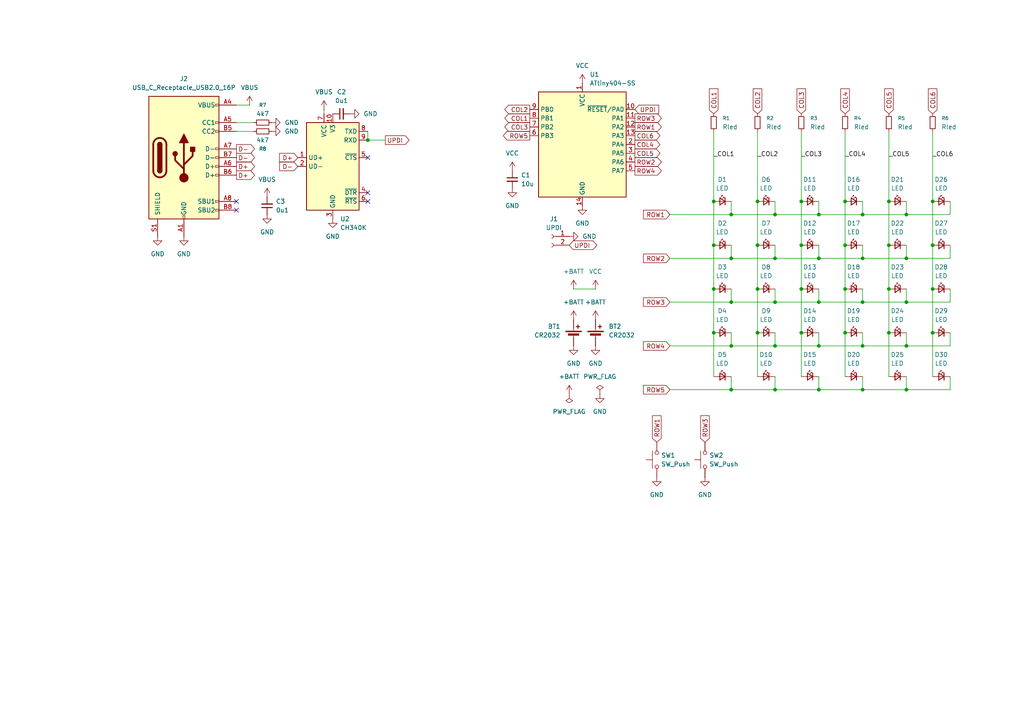
<source format=kicad_sch>
(kicad_sch (version 20250114) (generator "eeschema") (generator_version "9.0")
  (paper "A4")
  (lib_symbols
    (symbol "Connector:Conn_01x02_Socket" (pin_names (offset 1.016) (hide yes))
      (property "Reference" "J" (at 0 2.54 0))
      (property "Value" "Conn_01x02_Socket" (at 0 -5.08 0))
      (symbol "Conn_01x02_Socket_1_1"
        (polyline (pts (xy -1.27 0) (xy -0.508 0)) (stroke (width 0.1524)))
        (polyline (pts (xy -1.27 -2.54) (xy -0.508 -2.54)) (stroke (width 0.1524)))
        (arc (start 0 -0.508) (mid -0.5058 0) (end 0 0.508) (stroke (width 0.1524)))
        (arc (start 0 -3.048) (mid -0.5058 -2.54) (end 0 -2.032) (stroke (width 0.1524)))
        (pin passive line (at -5.08 0 0) (length 3.81) (name "Pin_1") (number "1"))
        (pin passive line (at -5.08 -2.54 0) (length 3.81) (name "Pin_2") (number "2"))
      )
    )
    (symbol "Connector:USB_C_Receptacle_USB2.0_16P" (pin_names (offset 1.016))
      (property "Reference" "J" (at 0 22.225 0))
      (property "Value" "USB_C_Receptacle_USB2.0_16P" (at 0 19.685 0))
      (symbol "USB_C_Receptacle_USB2.0_16P_0_0"
        (rectangle (start -0.254 -17.78) (end 0.254 -16.764))
        (rectangle (start 10.16 15.494) (end 9.144 14.986))
        (rectangle (start 10.16 10.414) (end 9.144 9.906))
        (rectangle (start 10.16 7.874) (end 9.144 7.366))
        (rectangle (start 10.16 2.794) (end 9.144 2.286))
        (rectangle (start 10.16 0.254) (end 9.144 -0.254))
        (rectangle (start 10.16 -2.286) (end 9.144 -2.794))
        (rectangle (start 10.16 -4.826) (end 9.144 -5.334))
        (rectangle (start 10.16 -12.446) (end 9.144 -12.954))
        (rectangle (start 10.16 -14.986) (end 9.144 -15.494))
      )
      (symbol "USB_C_Receptacle_USB2.0_16P_0_1"
        (rectangle (start -10.16 17.78) (end 10.16 -17.78) (stroke (width 0.254)) (fill (type background)))
        (polyline (pts (xy -8.89 -3.81) (xy -8.89 3.81)) (stroke (width 0.508)))
        (rectangle (start -7.62 -3.81) (end -6.35 3.81) (stroke (width 0.254)) (fill (type outline)))
        (arc (start -7.62 3.81) (mid -6.985 4.4423) (end -6.35 3.81) (stroke (width 0.254)))
        (arc (start -7.62 3.81) (mid -6.985 4.4423) (end -6.35 3.81) (stroke (width 0.254)) (fill (type outline)))
        (arc (start -8.89 3.81) (mid -6.985 5.7067) (end -5.08 3.81) (stroke (width 0.508)))
        (arc (start -5.08 -3.81) (mid -6.985 -5.7067) (end -8.89 -3.81) (stroke (width 0.508)))
        (arc (start -6.35 -3.81) (mid -6.985 -4.4423) (end -7.62 -3.81) (stroke (width 0.254)))
        (arc (start -6.35 -3.81) (mid -6.985 -4.4423) (end -7.62 -3.81) (stroke (width 0.254)) (fill (type outline)))
        (polyline (pts (xy -5.08 3.81) (xy -5.08 -3.81)) (stroke (width 0.508)))
        (circle (center -2.54 1.143) (radius 0.635) (stroke (width 0.254)) (fill (type outline)))
        (polyline (pts (xy -1.27 4.318) (xy 0 6.858) (xy 1.27 4.318) (xy -1.27 4.318)) (stroke (width 0.254)) (fill (type outline)))
        (polyline (pts (xy 0 -2.032) (xy 2.54 0.508) (xy 2.54 1.778)) (stroke (width 0.508)))
        (polyline (pts (xy 0 -3.302) (xy -2.54 -0.762) (xy -2.54 0.508)) (stroke (width 0.508)))
        (polyline (pts (xy 0 -5.842) (xy 0 4.318)) (stroke (width 0.508)))
        (circle (center 0 -5.842) (radius 1.27) (fill (type outline)))
        (rectangle (start 1.905 1.778) (end 3.175 3.048) (stroke (width 0.254)) (fill (type outline)))
      )
      (symbol "USB_C_Receptacle_USB2.0_16P_1_1"
        (pin passive line (at -7.62 -22.86 90) (length 5.08) (name "SHIELD") (number "S1"))
        (pin passive line (at 0 -22.86 90) (length 5.08) (name "GND") (number "A1"))
        (pin passive line (at 0 -22.86 90) (length 5.08) (hide yes) (name "GND") (number "A12"))
        (pin passive line (at 0 -22.86 90) (length 5.08) (hide yes) (name "GND") (number "B1"))
        (pin passive line (at 0 -22.86 90) (length 5.08) (hide yes) (name "GND") (number "B12"))
        (pin passive line (at 15.24 15.24 180) (length 5.08) (name "VBUS") (number "A4"))
        (pin passive line (at 15.24 15.24 180) (length 5.08) (hide yes) (name "VBUS") (number "A9"))
        (pin passive line (at 15.24 15.24 180) (length 5.08) (hide yes) (name "VBUS") (number "B4"))
        (pin passive line (at 15.24 15.24 180) (length 5.08) (hide yes) (name "VBUS") (number "B9"))
        (pin bidirectional line (at 15.24 10.16 180) (length 5.08) (name "CC1") (number "A5"))
        (pin bidirectional line (at 15.24 7.62 180) (length 5.08) (name "CC2") (number "B5"))
        (pin bidirectional line (at 15.24 2.54 180) (length 5.08) (name "D-") (number "A7"))
        (pin bidirectional line (at 15.24 0 180) (length 5.08) (name "D-") (number "B7"))
        (pin bidirectional line (at 15.24 -2.54 180) (length 5.08) (name "D+") (number "A6"))
        (pin bidirectional line (at 15.24 -5.08 180) (length 5.08) (name "D+") (number "B6"))
        (pin bidirectional line (at 15.24 -12.7 180) (length 5.08) (name "SBU1") (number "A8"))
        (pin bidirectional line (at 15.24 -15.24 180) (length 5.08) (name "SBU2") (number "B8"))
      )
    )
    (symbol "Device:Battery_Cell" (pin_numbers (hide yes)) (pin_names (offset 0) (hide yes))
      (property "Reference" "BT" (at 2.54 2.54 0))
      (property "Value" "Battery_Cell" (at 2.54 0 0))
      (symbol "Battery_Cell_0_1"
        (rectangle (start -2.286 1.778) (end 2.286 1.524) (fill (type outline)))
        (rectangle (start -1.524 1.016) (end 1.524 0.508) (fill (type outline)))
        (polyline (pts (xy 0 1.778) (xy 0 2.54)))
        (polyline (pts (xy 0 0.762) (xy 0 0)))
        (polyline (pts (xy 0.762 3.048) (xy 1.778 3.048)) (stroke (width 0.254)))
        (polyline (pts (xy 1.27 3.556) (xy 1.27 2.54)) (stroke (width 0.254)))
      )
      (symbol "Battery_Cell_1_1"
        (pin passive line (at 0 5.08 270) (length 2.54) (name "+") (number "1"))
        (pin passive line (at 0 -2.54 90) (length 2.54) (name "-") (number "2"))
      )
    )
    (symbol "Device:C_Small" (pin_numbers (hide yes)) (pin_names (offset 0.254) (hide yes))
      (property "Reference" "C" (at 0.254 1.778 0))
      (property "Value" "C_Small" (at 0.254 -2.032 0))
      (symbol "C_Small_0_1"
        (polyline (pts (xy -1.524 0.508) (xy 1.524 0.508)) (stroke (width 0.3048)))
        (polyline (pts (xy -1.524 -0.508) (xy 1.524 -0.508)) (stroke (width 0.3302)))
      )
      (symbol "C_Small_1_1"
        (pin passive line (at 0 2.54 270) (length 2.032) (name "~") (number "1"))
        (pin passive line (at 0 -2.54 90) (length 2.032) (name "~") (number "2"))
      )
    )
    (symbol "Device:LED_Small" (pin_numbers (hide yes)) (pin_names (offset 0.254) (hide yes))
      (property "Reference" "D" (at -1.27 3.175 0))
      (property "Value" "LED_Small" (at -4.445 -2.54 0))
      (symbol "LED_Small_0_1"
        (polyline (pts (xy -0.762 -1.016) (xy -0.762 1.016)) (stroke (width 0.254)))
        (polyline (pts (xy 0 0.762) (xy -0.508 1.27) (xy -0.254 1.27) (xy -0.508 1.27) (xy -0.508 1.016)))
        (polyline (pts (xy 0.508 1.27) (xy 0 1.778) (xy 0.254 1.778) (xy 0 1.778) (xy 0 1.524)))
        (polyline (pts (xy 0.762 -1.016) (xy -0.762 0) (xy 0.762 1.016) (xy 0.762 -1.016)) (stroke (width 0.254)))
        (polyline (pts (xy 1.016 0) (xy -0.762 0)))
      )
      (symbol "LED_Small_1_1"
        (pin passive line (at -2.54 0 0) (length 1.778) (name "K") (number "1"))
        (pin passive line (at 2.54 0 180) (length 1.778) (name "A") (number "2"))
      )
    )
    (symbol "Device:R_Small" (pin_numbers (hide yes)) (pin_names (offset 0.254) (hide yes))
      (property "Reference" "R" (at 0 0 90))
      (property "Value" "R_Small" (at 1.778 0 90))
      (symbol "R_Small_0_1"
        (rectangle (start -0.762 1.778) (end 0.762 -1.778) (stroke (width 0.2032)))
      )
      (symbol "R_Small_1_1"
        (pin passive line (at 0 2.54 270) (length 0.762) (name "~") (number "1"))
        (pin passive line (at 0 -2.54 90) (length 0.762) (name "~") (number "2"))
      )
    )
    (symbol "Interface_USB:CH340K"
      (property "Reference" "U" (at -6.858 13.97 0))
      (property "Value" "CH340K" (at 1.27 13.97 0))
      (symbol "CH340K_0_1"
        (rectangle (start -7.62 12.7) (end 7.62 -12.7) (stroke (width 0.254)) (fill (type background)))
      )
      (symbol "CH340K_1_0"
        (pin passive line (at 0 -15.24 90) (length 2.54) (hide yes) (name "GND") (number "11"))
      )
      (symbol "CH340K_1_1"
        (pin bidirectional line (at -10.16 2.54 0) (length 2.54) (name "UD+") (number "1"))
        (pin bidirectional line (at -10.16 0 0) (length 2.54) (name "UD-") (number "2"))
        (pin power_in line (at -2.54 15.24 270) (length 2.54) (name "VCC") (number "7"))
        (pin passive line (at 0 15.24 270) (length 2.54) (name "V3") (number "10"))
        (pin power_in line (at 0 -15.24 90) (length 2.54) (name "GND") (number "3"))
        (pin output line (at 10.16 10.16 180) (length 2.54) (name "TXD") (number "8"))
        (pin input line (at 10.16 7.62 180) (length 2.54) (name "RXD") (number "9"))
        (pin input line (at 10.16 2.54 180) (length 2.54) (name "~{CTS}") (number "5"))
        (pin output line (at 10.16 -7.62 180) (length 2.54) (name "~{DTR}") (number "4"))
        (pin output line (at 10.16 -10.16 180) (length 2.54) (name "~{RTS}") (number "6"))
      )
    )
    (symbol "MCU_Microchip_ATtiny:ATtiny404-SS"
      (property "Reference" "U" (at -12.7 16.51 0))
      (property "Value" "ATtiny404-SS" (at 2.54 -16.51 0))
      (symbol "ATtiny404-SS_0_1"
        (rectangle (start -12.7 -15.24) (end 12.7 15.24) (stroke (width 0.254)) (fill (type background)))
      )
      (symbol "ATtiny404-SS_1_1"
        (pin bidirectional line (at -15.24 10.16 0) (length 2.54) (name "PB0") (number "9"))
        (pin bidirectional line (at -15.24 7.62 0) (length 2.54) (name "PB1") (number "8"))
        (pin bidirectional line (at -15.24 5.08 0) (length 2.54) (name "PB2") (number "7"))
        (pin bidirectional line (at -15.24 2.54 0) (length 2.54) (name "PB3") (number "6"))
        (pin power_in line (at 0 17.78 270) (length 2.54) (name "VCC") (number "1"))
        (pin power_in line (at 0 -17.78 90) (length 2.54) (name "GND") (number "14"))
        (pin bidirectional line (at 15.24 10.16 180) (length 2.54) (name "~{RESET}/PA0") (number "10"))
        (pin bidirectional line (at 15.24 7.62 180) (length 2.54) (name "PA1") (number "11"))
        (pin bidirectional line (at 15.24 5.08 180) (length 2.54) (name "PA2") (number "12"))
        (pin bidirectional line (at 15.24 2.54 180) (length 2.54) (name "PA3") (number "13"))
        (pin bidirectional line (at 15.24 0 180) (length 2.54) (name "PA4") (number "2"))
        (pin bidirectional line (at 15.24 -2.54 180) (length 2.54) (name "PA5") (number "3"))
        (pin bidirectional line (at 15.24 -5.08 180) (length 2.54) (name "PA6") (number "4"))
        (pin bidirectional line (at 15.24 -7.62 180) (length 2.54) (name "PA7") (number "5"))
      )
    )
    (symbol "Switch:SW_Push" (pin_numbers (hide yes)) (pin_names (offset 1.016) (hide yes))
      (property "Reference" "SW" (at 1.27 2.54 0))
      (property "Value" "SW_Push" (at 0 -1.524 0))
      (symbol "SW_Push_0_1"
        (circle (center -2.032 0) (radius 0.508))
        (polyline (pts (xy 0 1.27) (xy 0 3.048)))
        (circle (center 2.032 0) (radius 0.508))
        (polyline (pts (xy 2.54 1.27) (xy -2.54 1.27)))
        (pin passive line (at -5.08 0 0) (length 2.54) (name "1") (number "1"))
        (pin passive line (at 5.08 0 180) (length 2.54) (name "2") (number "2"))
      )
    )
    (symbol "power:+BATT" (power) (pin_numbers (hide yes)) (pin_names (offset 0) (hide yes))
      (property "Value" "+BATT" (at 0 3.556 0))
      (symbol "+BATT_0_1"
        (polyline (pts (xy -0.762 1.27) (xy 0 2.54)))
        (polyline (pts (xy 0 2.54) (xy 0.762 1.27)))
        (polyline (pts (xy 0 0) (xy 0 2.54)))
      )
      (symbol "+BATT_1_1"
        (pin power_in line (at 0 0 90) (length 0) (name "~") (number "1"))
      )
    )
    (symbol "power:GND" (power) (pin_numbers (hide yes)) (pin_names (offset 0) (hide yes))
      (property "Value" "GND" (at 0 -3.81 0))
      (symbol "GND_0_1"
        (polyline (pts (xy 0 0) (xy 0 -1.27) (xy 1.27 -1.27) (xy 0 -2.54) (xy -1.27 -1.27) (xy 0 -1.27)))
      )
      (symbol "GND_1_1"
        (pin power_in line (at 0 0 270) (length 0) (name "~") (number "1"))
      )
    )
    (symbol "power:PWR_FLAG" (power) (pin_numbers (hide yes)) (pin_names (offset 0) (hide yes))
      (property "Value" "PWR_FLAG" (at 0 3.81 0))
      (symbol "PWR_FLAG_0_0"
        (pin power_out line (at 0 0 90) (length 0) (name "~") (number "1"))
      )
      (symbol "PWR_FLAG_0_1"
        (polyline (pts (xy 0 0) (xy 0 1.27) (xy -1.016 1.905) (xy 0 2.54) (xy 1.016 1.905) (xy 0 1.27)))
      )
    )
    (symbol "power:VBUS" (power) (pin_numbers (hide yes)) (pin_names (offset 0) (hide yes))
      (property "Value" "VBUS" (at 0 3.556 0))
      (symbol "VBUS_0_1"
        (polyline (pts (xy -0.762 1.27) (xy 0 2.54)))
        (polyline (pts (xy 0 2.54) (xy 0.762 1.27)))
        (polyline (pts (xy 0 0) (xy 0 2.54)))
      )
      (symbol "VBUS_1_1"
        (pin power_in line (at 0 0 90) (length 0) (name "~") (number "1"))
      )
    )
    (symbol "power:VCC" (power) (pin_numbers (hide yes)) (pin_names (offset 0) (hide yes))
      (property "Value" "VCC" (at 0 3.556 0))
      (symbol "VCC_0_1"
        (polyline (pts (xy -0.762 1.27) (xy 0 2.54)))
        (polyline (pts (xy 0 2.54) (xy 0.762 1.27)))
        (polyline (pts (xy 0 0) (xy 0 2.54)))
      )
      (symbol "VCC_1_1"
        (pin power_in line (at 0 0 90) (length 0) (name "~") (number "1"))
      )
    )
  )
  (junction (at 219.71 96.52))
  (junction (at 262.89 62.23))
  (junction (at 212.09 62.23))
  (junction (at 262.89 113.03))
  (junction (at 232.41 83.82))
  (junction (at 257.81 83.82))
  (junction (at 207.01 58.42))
  (junction (at 237.49 62.23))
  (junction (at 224.79 113.03))
  (junction (at 237.49 87.63))
  (junction (at 237.49 113.03))
  (junction (at 224.79 100.33))
  (junction (at 245.11 58.42))
  (junction (at 219.71 71.12))
  (junction (at 224.79 87.63))
  (junction (at 224.79 74.93))
  (junction (at 270.51 83.82))
  (junction (at 262.89 100.33))
  (junction (at 245.11 96.52))
  (junction (at 212.09 100.33))
  (junction (at 262.89 74.93))
  (junction (at 219.71 58.42))
  (junction (at 207.01 83.82))
  (junction (at 237.49 100.33))
  (junction (at 245.11 71.12))
  (junction (at 250.19 113.03))
  (junction (at 257.81 71.12))
  (junction (at 232.41 58.42))
  (junction (at 232.41 71.12))
  (junction (at 250.19 87.63))
  (junction (at 224.79 62.23))
  (junction (at 237.49 74.93))
  (junction (at 270.51 58.42))
  (junction (at 207.01 71.12))
  (junction (at 106.68 40.64))
  (junction (at 270.51 96.52))
  (junction (at 257.81 58.42))
  (junction (at 270.51 71.12))
  (junction (at 250.19 74.93))
  (junction (at 250.19 100.33))
  (junction (at 245.11 83.82))
  (junction (at 262.89 87.63))
  (junction (at 212.09 87.63))
  (junction (at 212.09 113.03))
  (junction (at 212.09 74.93))
  (junction (at 250.19 62.23))
  (junction (at 207.01 96.52))
  (junction (at 257.81 96.52))
  (junction (at 232.41 96.52))
  (junction (at 219.71 83.82))
  (no_connect (at 106.68 45.72))
  (no_connect (at 68.58 60.96))
  (no_connect (at 68.58 58.42))
  (no_connect (at 106.68 58.42))
  (no_connect (at 106.68 55.88))
  (wire (pts (xy 237.49 83.82) (xy 237.49 87.63)))
  (wire (pts (xy 232.41 38.1) (xy 232.41 58.42)))
  (wire (pts (xy 219.71 96.52) (xy 219.71 109.22)))
  (wire (pts (xy 275.59 113.03) (xy 262.89 113.03)))
  (wire (pts (xy 262.89 109.22) (xy 262.89 113.03)))
  (wire (pts (xy 212.09 113.03) (xy 224.79 113.03)))
  (wire (pts (xy 212.09 87.63) (xy 224.79 87.63)))
  (wire (pts (xy 250.19 74.93) (xy 237.49 74.93)))
  (wire (pts (xy 224.79 74.93) (xy 224.79 71.12)))
  (wire (pts (xy 194.31 100.33) (xy 212.09 100.33)))
  (wire (pts (xy 68.58 38.1) (xy 73.66 38.1)))
  (wire (pts (xy 262.89 100.33) (xy 250.19 100.33)))
  (wire (pts (xy 237.49 100.33) (xy 224.79 100.33)))
  (wire (pts (xy 219.71 83.82) (xy 219.71 96.52)))
  (wire (pts (xy 250.19 83.82) (xy 250.19 87.63)))
  (wire (pts (xy 262.89 83.82) (xy 262.89 87.63)))
  (wire (pts (xy 232.41 96.52) (xy 232.41 109.22)))
  (wire (pts (xy 219.71 58.42) (xy 219.71 71.12)))
  (wire (pts (xy 237.49 87.63) (xy 224.79 87.63)))
  (wire (pts (xy 275.59 109.22) (xy 275.59 113.03)))
  (wire (pts (xy 275.59 62.23) (xy 262.89 62.23)))
  (wire (pts (xy 275.59 100.33) (xy 262.89 100.33)))
  (wire (pts (xy 237.49 109.22) (xy 237.49 113.03)))
  (wire (pts (xy 270.51 71.12) (xy 270.51 83.82)))
  (wire (pts (xy 250.19 96.52) (xy 250.19 100.33)))
  (wire (pts (xy 212.09 83.82) (xy 212.09 87.63)))
  (wire (pts (xy 262.89 62.23) (xy 250.19 62.23)))
  (wire (pts (xy 232.41 58.42) (xy 232.41 71.12)))
  (wire (pts (xy 275.59 96.52) (xy 275.59 100.33)))
  (wire (pts (xy 73.66 35.56) (xy 68.58 35.56)))
  (wire (pts (xy 207.01 38.1) (xy 207.01 58.42)))
  (wire (pts (xy 237.49 96.52) (xy 237.49 100.33)))
  (wire (pts (xy 72.39 30.48) (xy 68.58 30.48)))
  (wire (pts (xy 194.31 87.63) (xy 212.09 87.63)))
  (wire (pts (xy 207.01 96.52) (xy 207.01 109.22)))
  (wire (pts (xy 250.19 100.33) (xy 237.49 100.33)))
  (wire (pts (xy 237.49 62.23) (xy 224.79 62.23)))
  (wire (pts (xy 224.79 100.33) (xy 224.79 96.52)))
  (wire (pts (xy 270.51 96.52) (xy 270.51 109.22)))
  (wire (pts (xy 250.19 87.63) (xy 237.49 87.63)))
  (wire (pts (xy 212.09 96.52) (xy 212.09 100.33)))
  (wire (pts (xy 270.51 58.42) (xy 270.51 71.12)))
  (wire (pts (xy 232.41 71.12) (xy 232.41 83.82)))
  (wire (pts (xy 194.31 74.93) (xy 212.09 74.93)))
  (wire (pts (xy 106.68 38.1) (xy 106.68 40.64)))
  (wire (pts (xy 262.89 74.93) (xy 250.19 74.93)))
  (wire (pts (xy 250.19 71.12) (xy 250.19 74.93)))
  (wire (pts (xy 275.59 87.63) (xy 262.89 87.63)))
  (wire (pts (xy 257.81 96.52) (xy 257.81 109.22)))
  (wire (pts (xy 270.51 83.82) (xy 270.51 96.52)))
  (wire (pts (xy 257.81 38.1) (xy 257.81 58.42)))
  (wire (pts (xy 257.81 58.42) (xy 257.81 71.12)))
  (wire (pts (xy 212.09 74.93) (xy 224.79 74.93)))
  (wire (pts (xy 212.09 100.33) (xy 224.79 100.33)))
  (wire (pts (xy 207.01 83.82) (xy 207.01 96.52)))
  (wire (pts (xy 237.49 113.03) (xy 224.79 113.03)))
  (wire (pts (xy 250.19 58.42) (xy 250.19 62.23)))
  (wire (pts (xy 207.01 58.42) (xy 207.01 71.12)))
  (wire (pts (xy 212.09 71.12) (xy 212.09 74.93)))
  (wire (pts (xy 250.19 109.22) (xy 250.19 113.03)))
  (wire (pts (xy 237.49 74.93) (xy 224.79 74.93)))
  (wire (pts (xy 275.59 74.93) (xy 262.89 74.93)))
  (wire (pts (xy 262.89 96.52) (xy 262.89 100.33)))
  (wire (pts (xy 275.59 83.82) (xy 275.59 87.63)))
  (wire (pts (xy 224.79 87.63) (xy 224.79 83.82)))
  (wire (pts (xy 212.09 109.22) (xy 212.09 113.03)))
  (wire (pts (xy 250.19 62.23) (xy 237.49 62.23)))
  (wire (pts (xy 224.79 62.23) (xy 224.79 58.42)))
  (wire (pts (xy 262.89 71.12) (xy 262.89 74.93)))
  (wire (pts (xy 262.89 87.63) (xy 250.19 87.63)))
  (wire (pts (xy 245.11 38.1) (xy 245.11 58.42)))
  (wire (pts (xy 212.09 62.23) (xy 224.79 62.23)))
  (wire (pts (xy 194.31 113.03) (xy 212.09 113.03)))
  (wire (pts (xy 245.11 83.82) (xy 245.11 96.52)))
  (wire (pts (xy 257.81 71.12) (xy 257.81 83.82)))
  (wire (pts (xy 262.89 58.42) (xy 262.89 62.23)))
  (wire (pts (xy 262.89 113.03) (xy 250.19 113.03)))
  (wire (pts (xy 194.31 62.23) (xy 212.09 62.23)))
  (wire (pts (xy 111.76 40.64) (xy 106.68 40.64)))
  (wire (pts (xy 270.51 38.1) (xy 270.51 58.42)))
  (wire (pts (xy 219.71 38.1) (xy 219.71 58.42)))
  (wire (pts (xy 275.59 58.42) (xy 275.59 62.23)))
  (wire (pts (xy 93.98 31.75) (xy 93.98 33.02)))
  (wire (pts (xy 275.59 71.12) (xy 275.59 74.93)))
  (wire (pts (xy 219.71 71.12) (xy 219.71 83.82)))
  (wire (pts (xy 237.49 71.12) (xy 237.49 74.93)))
  (wire (pts (xy 245.11 58.42) (xy 245.11 71.12)))
  (wire (pts (xy 232.41 83.82) (xy 232.41 96.52)))
  (wire (pts (xy 245.11 96.52) (xy 245.11 109.22)))
  (wire (pts (xy 166.37 83.82) (xy 172.72 83.82)))
  (wire (pts (xy 212.09 58.42) (xy 212.09 62.23)))
  (wire (pts (xy 237.49 58.42) (xy 237.49 62.23)))
  (wire (pts (xy 207.01 71.12) (xy 207.01 83.82)))
  (wire (pts (xy 257.81 83.82) (xy 257.81 96.52)))
  (wire (pts (xy 245.11 71.12) (xy 245.11 83.82)))
  (wire (pts (xy 224.79 113.03) (xy 224.79 109.22)))
  (wire (pts (xy 250.19 113.03) (xy 237.49 113.03)))
  (label "_COL3" (at 232.41 45.72 0))
  (label "_COL2" (at 219.71 45.72 0))
  (label "_COL5" (at 257.81 45.72 0))
  (label "_COL4" (at 245.11 45.72 0))
  (label "_COL1" (at 207.01 45.72 0))
  (label "_COL6" (at 270.51 45.72 0))
  (global_label "COL5" (shape input) (at 257.81 33.02 90) (property "Intersheetrefs" "${INTERSHEET_REFS}" (effects (hide yes))))
  (global_label "D+" (shape input) (at 86.36 45.72 180) (property "Intersheetrefs" "${INTERSHEET_REFS}" (effects (hide yes))))
  (global_label "ROW2" (shape output) (at 184.15 46.99 0) (property "Intersheetrefs" "${INTERSHEET_REFS}" (effects (hide yes))))
  (global_label "UPDI" (shape output) (at 111.76 40.64 0) (property "Intersheetrefs" "${INTERSHEET_REFS}" (effects (hide yes))))
  (global_label "D-" (shape output) (at 68.58 45.72 0) (property "Intersheetrefs" "${INTERSHEET_REFS}" (effects (hide yes))))
  (global_label "ROW3" (shape input) (at 194.31 87.63 180) (property "Intersheetrefs" "${INTERSHEET_REFS}" (effects (hide yes))))
  (global_label "ROW3" (shape input) (at 204.47 128.27 90) (property "Intersheetrefs" "${INTERSHEET_REFS}" (effects (hide yes))))
  (global_label "ROW4" (shape output) (at 184.15 49.53 0) (property "Intersheetrefs" "${INTERSHEET_REFS}" (effects (hide yes))))
  (global_label "COL3" (shape output) (at 153.67 36.83 180) (property "Intersheetrefs" "${INTERSHEET_REFS}" (effects (hide yes))))
  (global_label "UPDI" (shape bidirectional) (at 165.1 71.12 0) (property "Intersheetrefs" "${INTERSHEET_REFS}" (effects (hide yes))))
  (global_label "COL6" (shape output) (at 184.15 39.37 0) (property "Intersheetrefs" "${INTERSHEET_REFS}" (effects (hide yes))))
  (global_label "UPDI" (shape input) (at 184.15 31.75 0) (property "Intersheetrefs" "${INTERSHEET_REFS}" (effects (hide yes))))
  (global_label "ROW3" (shape output) (at 184.15 34.29 0) (property "Intersheetrefs" "${INTERSHEET_REFS}" (effects (hide yes))))
  (global_label "ROW5" (shape input) (at 194.31 113.03 180) (property "Intersheetrefs" "${INTERSHEET_REFS}" (effects (hide yes))))
  (global_label "COL6" (shape input) (at 270.51 33.02 90) (property "Intersheetrefs" "${INTERSHEET_REFS}" (effects (hide yes))))
  (global_label "COL1" (shape output) (at 153.67 34.29 180) (property "Intersheetrefs" "${INTERSHEET_REFS}" (effects (hide yes))))
  (global_label "COL1" (shape input) (at 207.01 33.02 90) (property "Intersheetrefs" "${INTERSHEET_REFS}" (effects (hide yes))))
  (global_label "COL2" (shape input) (at 219.71 33.02 90) (property "Intersheetrefs" "${INTERSHEET_REFS}" (effects (hide yes))))
  (global_label "COL5" (shape output) (at 184.15 44.45 0) (property "Intersheetrefs" "${INTERSHEET_REFS}" (effects (hide yes))))
  (global_label "ROW1" (shape input) (at 190.5 128.27 90) (property "Intersheetrefs" "${INTERSHEET_REFS}" (effects (hide yes))))
  (global_label "ROW2" (shape input) (at 194.31 74.93 180) (property "Intersheetrefs" "${INTERSHEET_REFS}" (effects (hide yes))))
  (global_label "ROW5" (shape output) (at 153.67 39.37 180) (property "Intersheetrefs" "${INTERSHEET_REFS}" (effects (hide yes))))
  (global_label "D-" (shape output) (at 68.58 43.18 0) (property "Intersheetrefs" "${INTERSHEET_REFS}" (effects (hide yes))))
  (global_label "COL4" (shape input) (at 245.11 33.02 90) (property "Intersheetrefs" "${INTERSHEET_REFS}" (effects (hide yes))))
  (global_label "COL2" (shape output) (at 153.67 31.75 180) (property "Intersheetrefs" "${INTERSHEET_REFS}" (effects (hide yes))))
  (global_label "ROW1" (shape input) (at 194.31 62.23 180) (property "Intersheetrefs" "${INTERSHEET_REFS}" (effects (hide yes))))
  (global_label "ROW4" (shape input) (at 194.31 100.33 180) (property "Intersheetrefs" "${INTERSHEET_REFS}" (effects (hide yes))))
  (global_label "COL4" (shape output) (at 184.15 41.91 0) (property "Intersheetrefs" "${INTERSHEET_REFS}" (effects (hide yes))))
  (global_label "D+" (shape output) (at 68.58 50.8 0) (property "Intersheetrefs" "${INTERSHEET_REFS}" (effects (hide yes))))
  (global_label "COL3" (shape input) (at 232.41 33.02 90) (property "Intersheetrefs" "${INTERSHEET_REFS}" (effects (hide yes))))
  (global_label "D+" (shape output) (at 68.58 48.26 0) (property "Intersheetrefs" "${INTERSHEET_REFS}" (effects (hide yes))))
  (global_label "ROW1" (shape output) (at 184.15 36.83 0) (property "Intersheetrefs" "${INTERSHEET_REFS}" (effects (hide yes))))
  (global_label "D-" (shape input) (at 86.36 48.26 180) (property "Intersheetrefs" "${INTERSHEET_REFS}" (effects (hide yes))))
  (symbol (lib_id "Switch:SW_Push") (at 204.47 133.35 90) (unit 1)
    (property "Reference" "SW2" (at 205.74 132.0799 90) (effects (justify right)))
    (property "Value" "SW_Push" (at 205.74 134.6199 90) (effects (justify right)))
    (property "Footprint" "Library:alps-skrp" (effects (hide yes)))
    (property "Description" "Push button switch, generic, two pins" (effects (hide yes)))
  )
  (symbol (lib_id "power:GND") (at 168.91 59.69 0) (unit 1)
    (property "Reference" "#PWR04" (effects (hide yes)))
    (property "Value" "GND" (at 168.91 64.77 0))
    (property "Description" "Power symbol creates a global label with name \"GND\" , ground" (effects (hide yes)))
  )
  (symbol (lib_id "Device:LED_Small") (at 247.65 96.52 0) (mirror y) (unit 1)
    (property "Reference" "D19" (at 247.5865 90.17 0))
    (property "Value" "LED" (at 247.5865 92.71 0))
    (property "Footprint" "LED_SMD:LED_0603_1608Metric" (effects (hide yes)))
    (property "Description" "Light emitting diode, small symbol" (effects (hide yes)))
    (property "Sim.Pin" "1=K 2=A" (effects (hide yes)))
  )
  (symbol (lib_id "Device:R_Small") (at 257.81 35.56 0) (unit 1)
    (property "Reference" "R5" (at 260.35 34.2899 0) (effects (font (size 1.016 1.016)) (justify left)))
    (property "Value" "Rled" (at 260.35 36.8299 0) (effects (justify left)))
    (property "Footprint" "Resistor_SMD:R_0603_1608Metric" (effects (hide yes)))
    (property "Description" "Resistor, small symbol" (effects (hide yes)))
  )
  (symbol (lib_id "Device:C_Small") (at 99.06 33.02 90) (unit 1)
    (property "Reference" "C2" (at 99.0663 26.67 90))
    (property "Value" "0u1" (at 99.0663 29.21 90))
    (property "Footprint" "Capacitor_SMD:C_0603_1608Metric" (effects (hide yes)))
    (property "Description" "Unpolarized capacitor, small symbol" (effects (hide yes)))
  )
  (symbol (lib_id "power:GND") (at 173.99 114.3 0) (unit 1)
    (property "Reference" "#PWR02" (effects (hide yes)))
    (property "Value" "GND" (at 173.99 119.38 0))
    (property "Description" "Power symbol creates a global label with name \"GND\" , ground" (effects (hide yes)))
  )
  (symbol (lib_id "MCU_Microchip_ATtiny:ATtiny404-SS") (at 168.91 41.91 0) (unit 1)
    (property "Reference" "U1" (at 171.0533 21.59 0) (effects (justify left)))
    (property "Value" "ATtiny404-SS" (at 171.0533 24.13 0) (effects (justify left)))
    (property "Footprint" "Package_SO:SOIC-14_3.9x8.7mm_P1.27mm" (effects (hide yes)))
    (property "Datasheet" "http://ww1.microchip.com/downloads/en/DeviceDoc/50002687A.pdf" (effects (hide yes)))
    (property "Description" "20MHz, 4kB Flash, 256B SRAM, 128B EEPROM, SOIC-14" (effects (hide yes)))
  )
  (symbol (lib_id "power:GND") (at 190.5 138.43 0) (unit 1)
    (property "Reference" "#PWR013" (effects (hide yes)))
    (property "Value" "GND" (at 190.5 143.51 0))
    (property "Description" "Power symbol creates a global label with name \"GND\" , ground" (effects (hide yes)))
  )
  (symbol (lib_id "Device:LED_Small") (at 273.05 96.52 0) (mirror y) (unit 1)
    (property "Reference" "D29" (at 272.9865 90.17 0))
    (property "Value" "LED" (at 272.9865 92.71 0))
    (property "Footprint" "LED_SMD:LED_0603_1608Metric" (effects (hide yes)))
    (property "Description" "Light emitting diode, small symbol" (effects (hide yes)))
    (property "Sim.Pin" "1=K 2=A" (effects (hide yes)))
  )
  (symbol (lib_id "Device:LED_Small") (at 260.35 109.22 0) (mirror y) (unit 1)
    (property "Reference" "D25" (at 260.2865 102.87 0))
    (property "Value" "LED" (at 260.2865 105.41 0))
    (property "Footprint" "LED_SMD:LED_0603_1608Metric" (effects (hide yes)))
    (property "Description" "Light emitting diode, small symbol" (effects (hide yes)))
    (property "Sim.Pin" "1=K 2=A" (effects (hide yes)))
  )
  (symbol (lib_id "Device:LED_Small") (at 209.55 83.82 0) (mirror y) (unit 1)
    (property "Reference" "D3" (at 209.4865 77.47 0))
    (property "Value" "LED" (at 209.4865 80.01 0))
    (property "Footprint" "LED_SMD:LED_0603_1608Metric" (effects (hide yes)))
    (property "Description" "Light emitting diode, small symbol" (effects (hide yes)))
    (property "Sim.Pin" "1=K 2=A" (effects (hide yes)))
  )
  (symbol (lib_id "Device:LED_Small") (at 273.05 83.82 0) (mirror y) (unit 1)
    (property "Reference" "D28" (at 272.9865 77.47 0))
    (property "Value" "LED" (at 272.9865 80.01 0))
    (property "Footprint" "LED_SMD:LED_0603_1608Metric" (effects (hide yes)))
    (property "Description" "Light emitting diode, small symbol" (effects (hide yes)))
    (property "Sim.Pin" "1=K 2=A" (effects (hide yes)))
  )
  (symbol (lib_id "Device:LED_Small") (at 260.35 71.12 0) (mirror y) (unit 1)
    (property "Reference" "D22" (at 260.2865 64.77 0))
    (property "Value" "LED" (at 260.2865 67.31 0))
    (property "Footprint" "LED_SMD:LED_0603_1608Metric" (effects (hide yes)))
    (property "Description" "Light emitting diode, small symbol" (effects (hide yes)))
    (property "Sim.Pin" "1=K 2=A" (effects (hide yes)))
  )
  (symbol (lib_id "Device:LED_Small") (at 222.25 109.22 0) (mirror y) (unit 1)
    (property "Reference" "D10" (at 222.1865 102.87 0))
    (property "Value" "LED" (at 222.1865 105.41 0))
    (property "Footprint" "LED_SMD:LED_0603_1608Metric" (effects (hide yes)))
    (property "Description" "Light emitting diode, small symbol" (effects (hide yes)))
    (property "Sim.Pin" "1=K 2=A" (effects (hide yes)))
  )
  (symbol (lib_id "Device:LED_Small") (at 222.25 58.42 0) (mirror y) (unit 1)
    (property "Reference" "D6" (at 222.1865 52.07 0))
    (property "Value" "LED" (at 222.1865 54.61 0))
    (property "Footprint" "LED_SMD:LED_0603_1608Metric" (effects (hide yes)))
    (property "Description" "Light emitting diode, small symbol" (effects (hide yes)))
    (property "Sim.Pin" "1=K 2=A" (effects (hide yes)))
  )
  (symbol (lib_id "Device:LED_Small") (at 209.55 109.22 0) (mirror y) (unit 1)
    (property "Reference" "D5" (at 209.4865 102.87 0))
    (property "Value" "LED" (at 209.4865 105.41 0))
    (property "Footprint" "LED_SMD:LED_0603_1608Metric" (effects (hide yes)))
    (property "Description" "Light emitting diode, small symbol" (effects (hide yes)))
    (property "Sim.Pin" "1=K 2=A" (effects (hide yes)))
  )
  (symbol (lib_id "Device:LED_Small") (at 209.55 58.42 0) (mirror y) (unit 1)
    (property "Reference" "D1" (at 209.4865 52.07 0))
    (property "Value" "LED" (at 209.4865 54.61 0))
    (property "Footprint" "LED_SMD:LED_0603_1608Metric" (effects (hide yes)))
    (property "Description" "Light emitting diode, small symbol" (effects (hide yes)))
    (property "Sim.Pin" "1=K 2=A" (effects (hide yes)))
  )
  (symbol (lib_id "Device:C_Small") (at 77.47 59.69 180) (unit 1)
    (property "Reference" "C3" (at 80.01 58.4135 0) (effects (justify right)))
    (property "Value" "0u1" (at 80.01 60.9535 0) (effects (justify right)))
    (property "Footprint" "Capacitor_SMD:C_0603_1608Metric" (effects (hide yes)))
    (property "Description" "Unpolarized capacitor, small symbol" (effects (hide yes)))
  )
  (symbol (lib_id "Device:LED_Small") (at 222.25 83.82 0) (mirror y) (unit 1)
    (property "Reference" "D8" (at 222.1865 77.47 0))
    (property "Value" "LED" (at 222.1865 80.01 0))
    (property "Footprint" "LED_SMD:LED_0603_1608Metric" (effects (hide yes)))
    (property "Description" "Light emitting diode, small symbol" (effects (hide yes)))
    (property "Sim.Pin" "1=K 2=A" (effects (hide yes)))
  )
  (symbol (lib_id "power:GND") (at 45.72 68.58 0) (unit 1)
    (property "Reference" "#PWR021" (effects (hide yes)))
    (property "Value" "GND" (at 45.72 73.66 0))
    (property "Description" "Power symbol creates a global label with name \"GND\" , ground" (effects (hide yes)))
  )
  (symbol (lib_id "power:GND") (at 53.34 68.58 0) (unit 1)
    (property "Reference" "#PWR020" (effects (hide yes)))
    (property "Value" "GND" (at 53.34 73.66 0))
    (property "Description" "Power symbol creates a global label with name \"GND\" , ground" (effects (hide yes)))
  )
  (symbol (lib_id "power:+BATT") (at 165.1 114.3 0) (unit 1)
    (property "Reference" "#PWR01" (effects (hide yes)))
    (property "Value" "+BATT" (at 165.1 109.22 0))
    (property "Description" "Power symbol creates a global label with name \"+BATT\"" (effects (hide yes)))
  )
  (symbol (lib_id "Device:R_Small") (at 232.41 35.56 0) (unit 1)
    (property "Reference" "R3" (at 234.95 34.2899 0) (effects (font (size 1.016 1.016)) (justify left)))
    (property "Value" "Rled" (at 234.95 36.8299 0) (effects (justify left)))
    (property "Footprint" "Resistor_SMD:R_0603_1608Metric" (effects (hide yes)))
    (property "Description" "Resistor, small symbol" (effects (hide yes)))
  )
  (symbol (lib_id "Device:LED_Small") (at 234.95 83.82 0) (mirror y) (unit 1)
    (property "Reference" "D13" (at 234.8865 77.47 0))
    (property "Value" "LED" (at 234.8865 80.01 0))
    (property "Footprint" "LED_SMD:LED_0603_1608Metric" (effects (hide yes)))
    (property "Description" "Light emitting diode, small symbol" (effects (hide yes)))
    (property "Sim.Pin" "1=K 2=A" (effects (hide yes)))
  )
  (symbol (lib_id "Device:R_Small") (at 219.71 35.56 0) (unit 1)
    (property "Reference" "R2" (at 222.25 34.2899 0) (effects (font (size 1.016 1.016)) (justify left)))
    (property "Value" "Rled" (at 222.25 36.8299 0) (effects (justify left)))
    (property "Footprint" "Resistor_SMD:R_0603_1608Metric" (effects (hide yes)))
    (property "Description" "Resistor, small symbol" (effects (hide yes)))
  )
  (symbol (lib_id "Device:R_Small") (at 76.2 35.56 90) (unit 1)
    (property "Reference" "R7" (at 76.2 30.48 90) (effects (font (size 1.016 1.016))))
    (property "Value" "4k7" (at 76.2 33.02 90))
    (property "Footprint" "Resistor_SMD:R_0603_1608Metric" (effects (hide yes)))
    (property "Description" "Resistor, small symbol" (effects (hide yes)))
  )
  (symbol (lib_id "power:GND") (at 165.1 68.58 90) (unit 1)
    (property "Reference" "#PWR015" (effects (hide yes)))
    (property "Value" "GND" (at 168.91 68.5799 90) (effects (justify right)))
    (property "Description" "Power symbol creates a global label with name \"GND\" , ground" (effects (hide yes)))
  )
  (symbol (lib_id "Device:LED_Small") (at 222.25 96.52 0) (mirror y) (unit 1)
    (property "Reference" "D9" (at 222.1865 90.17 0))
    (property "Value" "LED" (at 222.1865 92.71 0))
    (property "Footprint" "LED_SMD:LED_0603_1608Metric" (effects (hide yes)))
    (property "Description" "Light emitting diode, small symbol" (effects (hide yes)))
    (property "Sim.Pin" "1=K 2=A" (effects (hide yes)))
  )
  (symbol (lib_id "Connector:Conn_01x02_Socket") (at 160.02 68.58 0) (mirror y) (unit 1)
    (property "Reference" "J1" (at 160.655 63.5 0))
    (property "Value" "UPDI" (at 160.655 66.04 0))
    (property "Footprint" "Connector_PinSocket_2.54mm:PinSocket_1x02_P2.54mm_Vertical" (effects (hide yes)))
    (property "Description" "Generic connector, single row, 01x02, script generated" (effects (hide yes)))
  )
  (symbol (lib_id "power:+BATT") (at 172.72 92.71 0) (unit 1)
    (property "Reference" "#PWR07" (effects (hide yes)))
    (property "Value" "+BATT" (at 172.72 87.63 0))
    (property "Description" "Power symbol creates a global label with name \"+BATT\"" (effects (hide yes)))
  )
  (symbol (lib_id "Device:LED_Small") (at 273.05 109.22 0) (mirror y) (unit 1)
    (property "Reference" "D30" (at 272.9865 102.87 0))
    (property "Value" "LED" (at 272.9865 105.41 0))
    (property "Footprint" "LED_SMD:LED_0603_1608Metric" (effects (hide yes)))
    (property "Description" "Light emitting diode, small symbol" (effects (hide yes)))
    (property "Sim.Pin" "1=K 2=A" (effects (hide yes)))
  )
  (symbol (lib_id "power:GND") (at 78.74 35.56 90) (unit 1)
    (property "Reference" "#PWR022" (effects (hide yes)))
    (property "Value" "GND" (at 82.55 35.5599 90) (effects (justify right)))
    (property "Description" "Power symbol creates a global label with name \"GND\" , ground" (effects (hide yes)))
  )
  (symbol (lib_id "Interface_USB:CH340K") (at 96.52 48.26 0) (unit 1)
    (property "Reference" "U2" (at 98.6633 63.5 0) (effects (justify left)))
    (property "Value" "CH340K" (at 98.6633 66.04 0) (effects (justify left)))
    (property "Footprint" "Package_SO:SSOP-10-1EP_3.9x4.9mm_P1mm_EP2.1x3.3mm" (effects (hide yes)))
    (property "Datasheet" "https://cdn.sparkfun.com/assets/5/0/a/8/5/CH340DS1.PDF" (effects (hide yes)))
    (property "Description" "USB serial converter, UART, SSOP-10" (effects (hide yes)))
  )
  (symbol (lib_id "Device:LED_Small") (at 247.65 83.82 0) (mirror y) (unit 1)
    (property "Reference" "D18" (at 247.5865 77.47 0))
    (property "Value" "LED" (at 247.5865 80.01 0))
    (property "Footprint" "LED_SMD:LED_0603_1608Metric" (effects (hide yes)))
    (property "Description" "Light emitting diode, small symbol" (effects (hide yes)))
    (property "Sim.Pin" "1=K 2=A" (effects (hide yes)))
  )
  (symbol (lib_id "power:GND") (at 172.72 100.33 0) (unit 1)
    (property "Reference" "#PWR08" (effects (hide yes)))
    (property "Value" "GND" (at 172.72 105.41 0))
    (property "Description" "Power symbol creates a global label with name \"GND\" , ground" (effects (hide yes)))
  )
  (symbol (lib_id "power:VBUS") (at 77.47 57.15 0) (unit 1)
    (property "Reference" "#PWR024" (effects (hide yes)))
    (property "Value" "VBUS" (at 77.47 52.07 0))
    (property "Description" "Power symbol creates a global label with name \"VBUS\"" (effects (hide yes)))
  )
  (symbol (lib_id "power:VCC") (at 148.59 49.53 0) (unit 1)
    (property "Reference" "#PWR011" (effects (hide yes)))
    (property "Value" "VCC" (at 148.59 44.45 0))
    (property "Description" "Power symbol creates a global label with name \"VCC\"" (effects (hide yes)))
  )
  (symbol (lib_id "power:GND") (at 77.47 62.23 0) (unit 1)
    (property "Reference" "#PWR025" (effects (hide yes)))
    (property "Value" "GND" (at 77.47 67.31 0))
    (property "Description" "Power symbol creates a global label with name \"GND\" , ground" (effects (hide yes)))
  )
  (symbol (lib_id "power:VCC") (at 168.91 24.13 0) (unit 1)
    (property "Reference" "#PWR03" (effects (hide yes)))
    (property "Value" "VCC" (at 168.91 19.05 0))
    (property "Description" "Power symbol creates a global label with name \"VCC\"" (effects (hide yes)))
  )
  (symbol (lib_id "Device:LED_Small") (at 273.05 58.42 0) (mirror y) (unit 1)
    (property "Reference" "D26" (at 272.9865 52.07 0))
    (property "Value" "LED" (at 272.9865 54.61 0))
    (property "Footprint" "LED_SMD:LED_0603_1608Metric" (effects (hide yes)))
    (property "Description" "Light emitting diode, small symbol" (effects (hide yes)))
    (property "Sim.Pin" "1=K 2=A" (effects (hide yes)))
  )
  (symbol (lib_id "Device:LED_Small") (at 234.95 96.52 0) (mirror y) (unit 1)
    (property "Reference" "D14" (at 234.8865 90.17 0))
    (property "Value" "LED" (at 234.8865 92.71 0))
    (property "Footprint" "LED_SMD:LED_0603_1608Metric" (effects (hide yes)))
    (property "Description" "Light emitting diode, small symbol" (effects (hide yes)))
    (property "Sim.Pin" "1=K 2=A" (effects (hide yes)))
  )
  (symbol (lib_id "power:VCC") (at 172.72 83.82 0) (unit 1)
    (property "Reference" "#PWR010" (effects (hide yes)))
    (property "Value" "VCC" (at 172.72 78.74 0))
    (property "Description" "Power symbol creates a global label with name \"VCC\"" (effects (hide yes)))
  )
  (symbol (lib_id "Device:LED_Small") (at 234.95 58.42 0) (mirror y) (unit 1)
    (property "Reference" "D11" (at 234.8865 52.07 0))
    (property "Value" "LED" (at 234.8865 54.61 0))
    (property "Footprint" "LED_SMD:LED_0603_1608Metric" (effects (hide yes)))
    (property "Description" "Light emitting diode, small symbol" (effects (hide yes)))
    (property "Sim.Pin" "1=K 2=A" (effects (hide yes)))
  )
  (symbol (lib_id "Device:LED_Small") (at 260.35 83.82 0) (mirror y) (unit 1)
    (property "Reference" "D23" (at 260.2865 77.47 0))
    (property "Value" "LED" (at 260.2865 80.01 0))
    (property "Footprint" "LED_SMD:LED_0603_1608Metric" (effects (hide yes)))
    (property "Description" "Light emitting diode, small symbol" (effects (hide yes)))
    (property "Sim.Pin" "1=K 2=A" (effects (hide yes)))
  )
  (symbol (lib_id "power:GND") (at 101.6 33.02 90) (unit 1)
    (property "Reference" "#PWR018" (effects (hide yes)))
    (property "Value" "GND" (at 105.41 33.0199 90) (effects (justify right)))
    (property "Description" "Power symbol creates a global label with name \"GND\" , ground" (effects (hide yes)))
  )
  (symbol (lib_id "power:+BATT") (at 166.37 83.82 0) (unit 1)
    (property "Reference" "#PWR09" (effects (hide yes)))
    (property "Value" "+BATT" (at 166.37 78.74 0))
    (property "Description" "Power symbol creates a global label with name \"+BATT\"" (effects (hide yes)))
  )
  (symbol (lib_id "Device:R_Small") (at 270.51 35.56 0) (unit 1)
    (property "Reference" "R6" (at 273.05 34.2899 0) (effects (font (size 1.016 1.016)) (justify left)))
    (property "Value" "Rled" (at 273.05 36.8299 0) (effects (justify left)))
    (property "Footprint" "Resistor_SMD:R_0603_1608Metric" (effects (hide yes)))
    (property "Description" "Resistor, small symbol" (effects (hide yes)))
  )
  (symbol (lib_id "Device:LED_Small") (at 247.65 58.42 0) (mirror y) (unit 1)
    (property "Reference" "D16" (at 247.5865 52.07 0))
    (property "Value" "LED" (at 247.5865 54.61 0))
    (property "Footprint" "LED_SMD:LED_0603_1608Metric" (effects (hide yes)))
    (property "Description" "Light emitting diode, small symbol" (effects (hide yes)))
    (property "Sim.Pin" "1=K 2=A" (effects (hide yes)))
  )
  (symbol (lib_id "Device:LED_Small") (at 222.25 71.12 0) (mirror y) (unit 1)
    (property "Reference" "D7" (at 222.1865 64.77 0))
    (property "Value" "LED" (at 222.1865 67.31 0))
    (property "Footprint" "LED_SMD:LED_0603_1608Metric" (effects (hide yes)))
    (property "Description" "Light emitting diode, small symbol" (effects (hide yes)))
    (property "Sim.Pin" "1=K 2=A" (effects (hide yes)))
  )
  (symbol (lib_id "power:GND") (at 204.47 138.43 0) (unit 1)
    (property "Reference" "#PWR014" (effects (hide yes)))
    (property "Value" "GND" (at 204.47 143.51 0))
    (property "Description" "Power symbol creates a global label with name \"GND\" , ground" (effects (hide yes)))
  )
  (symbol (lib_id "Device:R_Small") (at 207.01 35.56 0) (unit 1)
    (property "Reference" "R1" (at 209.55 34.2899 0) (effects (font (size 1.016 1.016)) (justify left)))
    (property "Value" "Rled" (at 209.55 36.8299 0) (effects (justify left)))
    (property "Footprint" "Resistor_SMD:R_0603_1608Metric" (effects (hide yes)))
    (property "Description" "Resistor, small symbol" (effects (hide yes)))
  )
  (symbol (lib_id "power:GND") (at 96.52 63.5 0) (unit 1)
    (property "Reference" "#PWR019" (effects (hide yes)))
    (property "Value" "GND" (at 96.52 68.58 0))
    (property "Description" "Power symbol creates a global label with name \"GND\" , ground" (effects (hide yes)))
  )
  (symbol (lib_id "Device:LED_Small") (at 234.95 71.12 0) (mirror y) (unit 1)
    (property "Reference" "D12" (at 234.8865 64.77 0))
    (property "Value" "LED" (at 234.8865 67.31 0))
    (property "Footprint" "LED_SMD:LED_0603_1608Metric" (effects (hide yes)))
    (property "Description" "Light emitting diode, small symbol" (effects (hide yes)))
    (property "Sim.Pin" "1=K 2=A" (effects (hide yes)))
  )
  (symbol (lib_id "Device:Battery_Cell") (at 172.72 97.79 0) (unit 1)
    (property "Reference" "BT2" (at 176.53 94.6784 0) (effects (justify left)))
    (property "Value" "CR2032" (at 176.53 97.2184 0) (effects (justify left)))
    (property "Footprint" "Battery:BatteryHolder_Multicomp_BC-2001_1x2032" (effects (hide yes)))
    (property "Description" "Single-cell battery" (effects (hide yes)))
  )
  (symbol (lib_id "power:VBUS") (at 72.39 30.48 0) (unit 1)
    (property "Reference" "#PWR016" (effects (hide yes)))
    (property "Value" "VBUS" (at 72.39 25.4 0))
    (property "Description" "Power symbol creates a global label with name \"VBUS\"" (effects (hide yes)))
  )
  (symbol (lib_id "Device:Battery_Cell") (at 166.37 97.79 0) (unit 1)
    (property "Reference" "BT1" (at 162.56 94.6784 0) (effects (justify right)))
    (property "Value" "CR2032" (at 162.56 97.2184 0) (effects (justify right)))
    (property "Footprint" "Battery:BatteryHolder_Multicomp_BC-2001_1x2032" (effects (hide yes)))
    (property "Description" "Single-cell battery" (effects (hide yes)))
  )
  (symbol (lib_id "Device:LED_Small") (at 234.95 109.22 0) (mirror y) (unit 1)
    (property "Reference" "D15" (at 234.8865 102.87 0))
    (property "Value" "LED" (at 234.8865 105.41 0))
    (property "Footprint" "LED_SMD:LED_0603_1608Metric" (effects (hide yes)))
    (property "Description" "Light emitting diode, small symbol" (effects (hide yes)))
    (property "Sim.Pin" "1=K 2=A" (effects (hide yes)))
  )
  (symbol (lib_id "power:VBUS") (at 93.98 31.75 0) (unit 1)
    (property "Reference" "#PWR017" (effects (hide yes)))
    (property "Value" "VBUS" (at 93.98 26.67 0))
    (property "Description" "Power symbol creates a global label with name \"VBUS\"" (effects (hide yes)))
  )
  (symbol (lib_id "Device:R_Small") (at 245.11 35.56 0) (unit 1)
    (property "Reference" "R4" (at 247.65 34.2899 0) (effects (font (size 1.016 1.016)) (justify left)))
    (property "Value" "Rled" (at 247.65 36.8299 0) (effects (justify left)))
    (property "Footprint" "Resistor_SMD:R_0603_1608Metric" (effects (hide yes)))
    (property "Description" "Resistor, small symbol" (effects (hide yes)))
  )
  (symbol (lib_id "power:GND") (at 78.74 38.1 90) (unit 1)
    (property "Reference" "#PWR023" (effects (hide yes)))
    (property "Value" "GND" (at 82.55 38.0999 90) (effects (justify right)))
    (property "Description" "Power symbol creates a global label with name \"GND\" , ground" (effects (hide yes)))
  )
  (symbol (lib_id "Device:LED_Small") (at 260.35 96.52 0) (mirror y) (unit 1)
    (property "Reference" "D24" (at 260.2865 90.17 0))
    (property "Value" "LED" (at 260.2865 92.71 0))
    (property "Footprint" "LED_SMD:LED_0603_1608Metric" (effects (hide yes)))
    (property "Description" "Light emitting diode, small symbol" (effects (hide yes)))
    (property "Sim.Pin" "1=K 2=A" (effects (hide yes)))
  )
  (symbol (lib_id "power:PWR_FLAG") (at 165.1 114.3 0) (mirror x) (unit 1)
    (property "Reference" "#FLG02" (effects (hide yes)))
    (property "Value" "PWR_FLAG" (at 165.1 119.38 0))
    (property "Description" "Special symbol for telling ERC where power comes from" (effects (hide yes)))
  )
  (symbol (lib_id "power:GND") (at 166.37 100.33 0) (mirror y) (unit 1)
    (property "Reference" "#PWR06" (effects (hide yes)))
    (property "Value" "GND" (at 166.37 105.41 0))
    (property "Description" "Power symbol creates a global label with name \"GND\" , ground" (effects (hide yes)))
  )
  (symbol (lib_id "Connector:USB_C_Receptacle_USB2.0_16P") (at 53.34 45.72 0) (unit 1)
    (property "Reference" "J2" (at 53.34 22.86 0))
    (property "Value" "USB_C_Receptacle_USB2.0_16P" (at 53.34 25.4 0))
    (property "Footprint" "Connector_USB:USB_C_Receptacle_GCT_USB4105-xx-A_16P_TopMnt_Horizontal" (effects (hide yes)))
    (property "Datasheet" "https://www.usb.org/sites/default/files/documents/usb_type-c.zip" (effects (hide yes)))
    (property "Description" "USB 2.0-only 16P Type-C Receptacle connector" (effects (hide yes)))
  )
  (symbol (lib_id "Device:C_Small") (at 148.59 52.07 0) (unit 1)
    (property "Reference" "C1" (at 151.13 50.8062 0) (effects (justify left)))
    (property "Value" "10u" (at 151.13 53.3462 0) (effects (justify left)))
    (property "Footprint" "Capacitor_SMD:C_0603_1608Metric" (effects (hide yes)))
    (property "Description" "Unpolarized capacitor, small symbol" (effects (hide yes)))
  )
  (symbol (lib_id "Device:LED_Small") (at 247.65 109.22 0) (mirror y) (unit 1)
    (property "Reference" "D20" (at 247.5865 102.87 0))
    (property "Value" "LED" (at 247.5865 105.41 0))
    (property "Footprint" "LED_SMD:LED_0603_1608Metric" (effects (hide yes)))
    (property "Description" "Light emitting diode, small symbol" (effects (hide yes)))
    (property "Sim.Pin" "1=K 2=A" (effects (hide yes)))
  )
  (symbol (lib_id "Device:LED_Small") (at 209.55 96.52 0) (mirror y) (unit 1)
    (property "Reference" "D4" (at 209.4865 90.17 0))
    (property "Value" "LED" (at 209.4865 92.71 0))
    (property "Footprint" "LED_SMD:LED_0603_1608Metric" (effects (hide yes)))
    (property "Description" "Light emitting diode, small symbol" (effects (hide yes)))
    (property "Sim.Pin" "1=K 2=A" (effects (hide yes)))
  )
  (symbol (lib_id "Device:R_Small") (at 76.2 38.1 90) (mirror x) (unit 1)
    (property "Reference" "R8" (at 76.2 43.18 90) (effects (font (size 1.016 1.016))))
    (property "Value" "4k7" (at 76.2 40.64 90))
    (property "Footprint" "Resistor_SMD:R_0603_1608Metric" (effects (hide yes)))
    (property "Description" "Resistor, small symbol" (effects (hide yes)))
  )
  (symbol (lib_id "Switch:SW_Push") (at 190.5 133.35 90) (unit 1)
    (property "Reference" "SW1" (at 191.77 132.0799 90) (effects (justify right)))
    (property "Value" "SW_Push" (at 191.77 134.6199 90) (effects (justify right)))
    (property "Footprint" "Library:alps-skrp" (effects (hide yes)))
    (property "Description" "Push button switch, generic, two pins" (effects (hide yes)))
  )
  (symbol (lib_id "power:PWR_FLAG") (at 173.99 114.3 0) (unit 1)
    (property "Reference" "#FLG01" (effects (hide yes)))
    (property "Value" "PWR_FLAG" (at 173.99 109.22 0))
    (property "Description" "Special symbol for telling ERC where power comes from" (effects (hide yes)))
  )
  (symbol (lib_id "power:GND") (at 148.59 54.61 0) (unit 1)
    (property "Reference" "#PWR012" (effects (hide yes)))
    (property "Value" "GND" (at 148.59 59.69 0))
    (property "Description" "Power symbol creates a global label with name \"GND\" , ground" (effects (hide yes)))
  )
  (symbol (lib_id "Device:LED_Small") (at 209.55 71.12 0) (mirror y) (unit 1)
    (property "Reference" "D2" (at 209.4865 64.77 0))
    (property "Value" "LED" (at 209.4865 67.31 0))
    (property "Footprint" "LED_SMD:LED_0603_1608Metric" (effects (hide yes)))
    (property "Description" "Light emitting diode, small symbol" (effects (hide yes)))
    (property "Sim.Pin" "1=K 2=A" (effects (hide yes)))
  )
  (symbol (lib_id "Device:LED_Small") (at 273.05 71.12 0) (mirror y) (unit 1)
    (property "Reference" "D27" (at 272.9865 64.77 0))
    (property "Value" "LED" (at 272.9865 67.31 0))
    (property "Footprint" "LED_SMD:LED_0603_1608Metric" (effects (hide yes)))
    (property "Description" "Light emitting diode, small symbol" (effects (hide yes)))
    (property "Sim.Pin" "1=K 2=A" (effects (hide yes)))
  )
  (symbol (lib_id "Device:LED_Small") (at 247.65 71.12 0) (mirror y) (unit 1)
    (property "Reference" "D17" (at 247.5865 64.77 0))
    (property "Value" "LED" (at 247.5865 67.31 0))
    (property "Footprint" "LED_SMD:LED_0603_1608Metric" (effects (hide yes)))
    (property "Description" "Light emitting diode, small symbol" (effects (hide yes)))
    (property "Sim.Pin" "1=K 2=A" (effects (hide yes)))
  )
  (symbol (lib_id "power:+BATT") (at 166.37 92.71 0) (unit 1)
    (property "Reference" "#PWR05" (effects (hide yes)))
    (property "Value" "+BATT" (at 166.37 87.63 0))
    (property "Description" "Power symbol creates a global label with name \"+BATT\"" (effects (hide yes)))
  )
  (symbol (lib_id "Device:LED_Small") (at 260.35 58.42 0) (mirror y) (unit 1)
    (property "Reference" "D21" (at 260.2865 52.07 0))
    (property "Value" "LED" (at 260.2865 54.61 0))
    (property "Footprint" "LED_SMD:LED_0603_1608Metric" (effects (hide yes)))
    (property "Description" "Light emitting diode, small symbol" (effects (hide yes)))
    (property "Sim.Pin" "1=K 2=A" (effects (hide yes)))
  )
)
</source>
